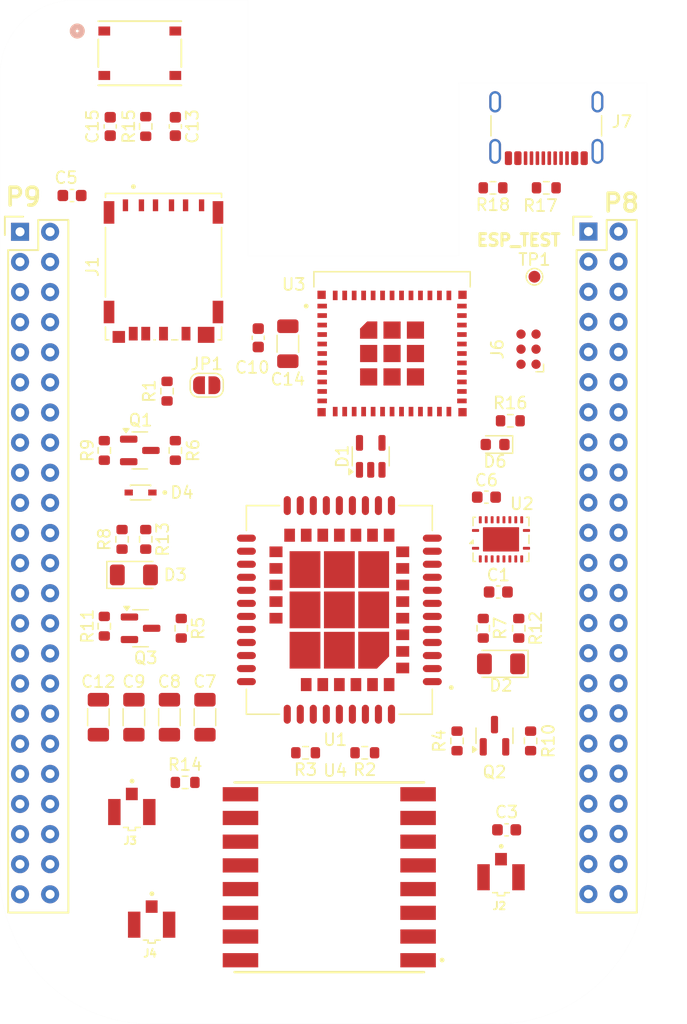
<source format=kicad_pcb>
(kicad_pcb (version 20240108) (generator "pcbnew") (generator_version "8.0")
  (title_block (title "Wireless M-Bus ") (date "2025-02-19") (company "Abstract Machines") (comment 1 "Designed By: Jones Kisaka") (comment 2 "Approved By: Rodney Osodo"))
  (layers (0 "F.Cu" signal) (31 "B.Cu" signal) (34 "B.Paste" user) (35 "F.Paste" user) (36 "B.SilkS" user "B.Silkscreen") (37 "F.SilkS" user "F.Silkscreen") (38 "B.Mask" user) (39 "F.Mask" user) (44 "Edge.Cuts" user))
  (net 0 "")
  (net 1 "GND")
  (net 2 "Net-(C3-Pad2)")
  (net 3 "5V")
  (net 4 "GNSS_ANT")
  (net 5 "+1V8")
  (net 6 "3V3")
  (net 7 "Net-(D2-A)")
  (net 8 "Net-(D2-K)")
  (net 9 "SIM_DATA")
  (net 10 "SIM_CLK")
  (net 11 "SIM_RST")
  (net 12 "RST")
  (net 13 "Net-(D3-A)")
  (net 14 "Net-(D3-K)")
  (net 15 "BEAGLEV_ESP_RX")
  (net 16 "Net-(D6-K)")
  (net 17 "BEAGLEV_ESP_TX")
  (net 18 "GPIO6")
  (net 19 "GPIO7")
  (net 20 "GPIO4")
  (net 21 "Net-(J3-Pad1)")
  (net 22 "GPIO8")
  (net 23 "Net-(J7-CC1)")
  (net 40 "Net-(JP1-A)")
  (net 41 "Net-(JP1-B)")
  (net 42 "Net-(Q1-B)")
  (net 43 "Net-(Q2-B)")
  (net 44 "PWR_KEY")
  (net 45 "Net-(Q3-B)")
  (net 46 "NETLIGHT")
  (net 47 "RF_ANT")
  (net 48 "SIM7080G_SCL")
  (net 49 "SIM7080G_SDA")
  (net 50 "STATUS")
  (net 51 "SIM7080G_PWR")
  (net 52 "SIM7080G_RXD")
  (net 53 "SIM7080G_TXD")
  (net 58 "UART1_RXD")
  (net 59 "UART1_TXD")
  (net 78 "DEBUG")
  (net 81 "TXD0")
  (net 82 "RXD0")
  (net 86 "GPIO5")
  (net 87 "ESP_BEAGLEV_TX")
  (net 89 "USB_D+")
  (net 91 "ESP_BEAGLEV_RX")
  (net 92 "USB_D-")
  (net 95 "SCL_1v8")
  (net 96 "SDA_1v8")
  (net 98 "Net-(J7-CC2)")
  (net 99 "Net-(U4-ANT)")
  (net 100 "Net-(J7-VBUS-PadA4)")
  (net 101 "MOSI")
  (net 102 "DIO2")
  (net 103 "DIO1")
  (net 104 "DIO0")
  (net 105 "MISO")
  (net 106 "DIO3")
  (net 107 "SCK")
  (net 108 "RESET")
  (net 109 "DIO4")
  (net 110 "DIO5")
  (net 111 "NSS")
  (net 115 "Net-(U5-VDD_5V-PadP9_5)")
  (footprint "Capacitor_SMD:C_1206_3216Metric" (layer "F.Cu") (at 167 95.5 90)
    (property "Reference" "C7" (at 3 0 360) (layer "F.SilkS"))
    (property "Value" "100uF")
    (pad "1" smd roundrect (at -1.475 0 90) (size 1.15 1.8) (layers "F.Cu" "F.Paste" "F.Mask") (roundrect_rratio 0.217391) (net 6 "3V3"))
    (pad "2" smd roundrect (at 1.475 0 90) (size 1.15 1.8) (layers "F.Cu" "F.Paste" "F.Mask") (roundrect_rratio 0.217391) (net 1 "GND"))
  )
  (footprint "Connector_USB:USB_C_Receptacle_GCT_USB4105-xx-A_16P_TopMnt_Horizontal" (layer "F.Cu") (at 195.825 44.67 180)
    (property "Reference" "J7" (at -6.39 -0.605 0) (layer "F.SilkS"))
    (property "Value" "USB_C_Receptacle_USB2.0_16P")
    (pad "" np_thru_hole circle (at -2.89 -2.605 180) (size 0.65 0.65) (drill 0.65) (layers "F&B.Cu" "*.Mask"))
    (pad "" np_thru_hole circle (at 2.89 -2.605 180) (size 0.65 0.65) (drill 0.65) (layers "F&B.Cu" "*.Mask"))
    (pad "A1" smd roundrect (at -3.2 -3.68 180) (size 0.6 1.15) (layers "F.Cu" "F.Paste" "F.Mask") (net 1 "GND"))
    (pad "A4" smd roundrect (at -2.4 -3.68 180) (size 0.6 1.15) (layers "F.Cu" "F.Paste" "F.Mask") (net 100 "Net-(J7-VBUS-PadA4)"))
    (pad "A5" smd roundrect (at -1.25 -3.68 180) (size 0.3 1.15) (layers "F.Cu" "F.Paste" "F.Mask") (net 23 "Net-(J7-CC1)"))
    (pad "A6" smd roundrect (at -0.25 -3.68 180) (size 0.3 1.15) (layers "F.Cu" "F.Paste" "F.Mask") (net 89 "USB_D+"))
    (pad "A7" smd roundrect (at 0.25 -3.68 180) (size 0.3 1.15) (layers "F.Cu" "F.Paste" "F.Mask") (net 92 "USB_D-"))
    (pad "A8" smd roundrect (at 1.25 -3.68 180) (size 0.3 1.15) (layers "F.Cu" "F.Paste" "F.Mask"))
    (pad "A9" smd roundrect (at 2.4 -3.68 180) (size 0.6 1.15) (layers "F.Cu" "F.Paste" "F.Mask") (net 100 "Net-(J7-VBUS-PadA4)"))
    (pad "A12" smd roundrect (at 3.2 -3.68 180) (size 0.6 1.15) (layers "F.Cu" "F.Paste" "F.Mask") (net 1 "GND"))
    (pad "B1" smd roundrect (at 3.2 -3.68 180) (size 0.6 1.15) (layers "F.Cu" "F.Paste" "F.Mask") (net 1 "GND"))
    (pad "B4" smd roundrect (at 2.4 -3.68 180) (size 0.6 1.15) (layers "F.Cu" "F.Paste" "F.Mask") (net 100 "Net-(J7-VBUS-PadA4)"))
    (pad "B5" smd roundrect (at 1.75 -3.68 180) (size 0.3 1.15) (layers "F.Cu" "F.Paste" "F.Mask") (net 98 "Net-(J7-CC2)"))
    (pad "B6" smd roundrect (at 0.75 -3.68 180) (size 0.3 1.15) (layers "F.Cu" "F.Paste" "F.Mask") (net 89 "USB_D+"))
    (pad "B7" smd roundrect (at -0.75 -3.68 180) (size 0.3 1.15) (layers "F.Cu" "F.Paste" "F.Mask") (net 92 "USB_D-"))
    (pad "B8" smd roundrect (at -1.75 -3.68 180) (size 0.3 1.15) (layers "F.Cu" "F.Paste" "F.Mask"))
    (pad "B9" smd roundrect (at -2.4 -3.68 180) (size 0.6 1.15) (layers "F.Cu" "F.Paste" "F.Mask") (net 100 "Net-(J7-VBUS-PadA4)"))
    (pad "B12" smd roundrect (at -3.2 -3.68 180) (size 0.6 1.15) (layers "F.Cu" "F.Paste" "F.Mask") (net 1 "GND"))
    (pad "S1" thru_hole oval (at -4.32 -3.105 180) (size 1 2.1) (drill oval 0.6 1.7) (property pad_prop_heatsink) (layers "*.Cu" "*.Mask" "F.Paste") (net 1 "GND"))
    (pad "S1" thru_hole oval (at -4.32 1.075 180) (size 1 1.8) (drill oval 0.6 1.4) (property pad_prop_heatsink) (layers "*.Cu" "*.Mask" "F.Paste") (net 1 "GND"))
    (pad "S1" thru_hole oval (at 4.32 -3.105 180) (size 1 2.1) (drill oval 0.6 1.7) (property pad_prop_heatsink) (layers "*.Cu" "*.Mask" "F.Paste") (net 1 "GND"))
    (pad "S1" thru_hole oval (at 4.32 1.075 180) (size 1 1.8) (drill oval 0.6 1.4) (property pad_prop_heatsink) (layers "*.Cu" "*.Mask" "F.Paste") (net 1 "GND"))
  )
  (footprint "Capacitor_SMD:C_0603_1608Metric" (layer "F.Cu") (at 164.5 45.675 -90)
    (property "Reference" "C13" (at 0 -1.43 90) (layer "F.SilkS"))
    (property "Value" "0.1uF")
    (pad "1" smd roundrect (at -0.775 0 270) (size 0.9 0.95) (layers "F.Cu" "F.Paste" "F.Mask") (net 12 "RST"))
    (pad "2" smd roundrect (at 0.775 0 270) (size 0.9 0.95) (layers "F.Cu" "F.Paste" "F.Mask") (net 1 "GND"))
  )
  (footprint "Module:IPEX_20279-001E-03" (layer "F.Cu") (at 162.5 113 180)
    (property "Reference" "J4" (at 0.134 -2.4168 360) (layer "F.SilkS") (effects (font (size 0.64063 0.64063))))
    (property "Value" "RF Antenna")
    (pad "1" smd rect (at 0 1.525 180) (size 1 1.05) (layers "F.Cu" "F.Paste" "F.Mask") (net 99 "Net-(U4-ANT)"))
    (pad "2" smd rect (at 1.475 0 180) (size 1.05 2.2) (layers "F.Cu" "F.Paste" "F.Mask") (net 1 "GND"))
    (pad "3" smd rect (at -1.475 0 180) (size 1.05 2.2) (layers "F.Cu" "F.Paste" "F.Mask") (net 1 "GND"))
  )
  (footprint "Resistor_SMD:R_0603_1608Metric" (layer "F.Cu") (at 160 80.5 -90)
    (property "Reference" "R8" (at 0 1.5 90) (layer "F.SilkS"))
    (property "Value" "100")
    (pad "1" smd roundrect (at -0.825 0 270) (size 0.8 0.95) (layers "F.Cu" "F.Paste" "F.Mask") (net 5 "+1V8"))
    (pad "2" smd roundrect (at 0.825 0 270) (size 0.8 0.95) (layers "F.Cu" "F.Paste" "F.Mask") (net 13 "Net-(D3-A)"))
  )
  (footprint "Resistor_SMD:R_0603_1608Metric" (layer "F.Cu") (at 158.5 87.825 90)
    (property "Reference" "R11" (at 0 -1.43 90) (layer "F.SilkS"))
    (property "Value" "47K")
    (pad "1" smd roundrect (at -0.825 0 90) (size 0.8 0.95) (layers "F.Cu" "F.Paste" "F.Mask") (net 1 "GND"))
    (pad "2" smd roundrect (at 0.825 0 90) (size 0.8 0.95) (layers "F.Cu" "F.Paste" "F.Mask") (net 45 "Net-(Q3-B)"))
  )
  (footprint "Connector:Tag-Connect_TC2030-IDC-NL_2x03_P1.27mm_Vertical" (layer "F.Cu") (at 194.325 64.46 90)
    (property "Reference" "J6" (at 0 -2.635 90) (layer "F.SilkS"))
    (property "Value" "Conn_ARM_SWD_TagConnect_TC2030-NL")
    (pad "" np_thru_hole circle (at -2.54 0 90) (size 0.9906 0.9906) (drill 0.9906) (layers "*.Cu" "*.Mask"))
    (pad "" np_thru_hole circle (at 2.54 -1.016 90) (size 0.9906 0.9906) (drill 0.9906) (layers "*.Cu" "*.Mask"))
    (pad "" np_thru_hole circle (at 2.54 1.016 90) (size 0.9906 0.9906) (drill 0.9906) (layers "*.Cu" "*.Mask"))
    (pad "1" connect circle (at -1.27 0.635 90) (size 0.7874 0.7874) (layers "F.Cu" "F.Mask") (net 6 "3V3"))
    (pad "2" connect circle (at -1.27 -0.635 90) (size 0.7874 0.7874) (layers "F.Cu" "F.Mask") (net 20 "GPIO4"))
    (pad "3" connect circle (at 0 0.635 90) (size 0.7874 0.7874) (layers "F.Cu" "F.Mask") (net 12 "RST"))
    (pad "4" connect circle (at 0 -0.635 90) (size 0.7874 0.7874) (layers "F.Cu" "F.Mask") (net 18 "GPIO6"))
    (pad "5" connect circle (at 1.27 0.635 90) (size 0.7874 0.7874) (layers "F.Cu" "F.Mask") (net 1 "GND"))
    (pad "6" connect circle (at 1.27 -0.635 90) (size 0.7874 0.7874) (layers "F.Cu" "F.Mask") (net 19 "GPIO7"))
  )
  (footprint "Resistor_SMD:R_0603_1608Metric" (layer "F.Cu") (at 192.7875 70.5 180)
    (property "Reference" "R16" (at 0 1.5 0) (layer "F.SilkS"))
    (property "Value" "100")
    (pad "1" smd roundrect (at -0.825 0 180) (size 0.8 0.95) (layers "F.Cu" "F.Paste" "F.Mask") (net 16 "Net-(D6-K)"))
    (pad "2" smd roundrect (at 0.825 0 180) (size 0.8 0.95) (layers "F.Cu" "F.Paste" "F.Mask") (net 1 "GND"))
  )
  (footprint "Capacitor_SMD:C_0603_1608Metric" (layer "F.Cu") (at 171.5 63.5 -90)
    (property "Reference" "C10" (at 2.5 0.5 180) (layer "F.SilkS"))
    (property "Value" "1uF")
    (pad "1" smd roundrect (at -0.775 0 270) (size 0.9 0.95) (layers "F.Cu" "F.Paste" "F.Mask") (net 6 "3V3"))
    (pad "2" smd roundrect (at 0.775 0 270) (size 0.9 0.95) (layers "F.Cu" "F.Paste" "F.Mask") (net 1 "GND"))
  )
  (footprint "Resistor_SMD:R_0603_1608Metric" (layer "F.Cu") (at 162 45.675 90)
    (property "Reference" "R15" (at 0 -1.43 90) (layer "F.SilkS"))
    (property "Value" "10K")
    (pad "1" smd roundrect (at -0.825 0 90) (size 0.8 0.95) (layers "F.Cu" "F.Paste" "F.Mask") (net 6 "3V3"))
    (pad "2" smd roundrect (at 0.825 0 90) (size 0.8 0.95) (layers "F.Cu" "F.Paste" "F.Mask") (net 12 "RST"))
  )
  (footprint "Capacitor_SMD:C_0603_1608Metric" (layer "F.Cu") (at 159 45.675 -90)
    (property "Reference" "C15" (at 0 1.5 90) (layer "F.SilkS"))
    (property "Value" "1uF")
    (pad "1" smd roundrect (at -0.775 0 270) (size 0.9 0.95) (layers "F.Cu" "F.Paste" "F.Mask") (net 12 "RST"))
    (pad "2" smd roundrect (at 0.775 0 270) (size 0.9 0.95) (layers "F.Cu" "F.Paste" "F.Mask") (net 1 "GND"))
  )
  (footprint "Capacitor_SMD:C_1206_3216Metric" (layer "F.Cu") (at 158 95.5 90)
    (property "Reference" "C12" (at 3 0 360) (layer "F.SilkS"))
    (property "Value" "100uF")
    (pad "1" smd roundrect (at -1.475 0 90) (size 1.15 1.8) (layers "F.Cu" "F.Paste" "F.Mask") (roundrect_rratio 0.217391) (net 6 "3V3"))
    (pad "2" smd roundrect (at 1.475 0 90) (size 1.15 1.8) (layers "F.Cu" "F.Paste" "F.Mask") (roundrect_rratio 0.217391) (net 1 "GND"))
  )
  (footprint "Resistor_SMD:R_0603_1608Metric" (layer "F.Cu") (at 180.5 98.5 180)
    (property "Reference" "R2" (at 0 -1.43 360) (layer "F.SilkS"))
    (property "Value" "1K")
    (pad "1" smd roundrect (at -0.825 0 180) (size 0.8 0.95) (layers "F.Cu" "F.Paste" "F.Mask") (net 5 "+1V8"))
    (pad "2" smd roundrect (at 0.825 0 180) (size 0.8 0.95) (layers "F.Cu" "F.Paste" "F.Mask") (net 95 "SCL_1v8"))
  )
  (footprint "Resistor_SMD:R_0603_1608Metric" (layer "F.Cu") (at 194.5 97.5 -90)
    (property "Reference" "R10" (at 0 -1.5 90) (layer "F.SilkS"))
    (property "Value" "47K")
    (pad "1" smd roundrect (at -0.825 0 270) (size 0.8 0.95) (layers "F.Cu" "F.Paste" "F.Mask") (net 1 "GND"))
    (pad "2" smd roundrect (at 0.825 0 270) (size 0.8 0.95) (layers "F.Cu" "F.Paste" "F.Mask") (net 43 "Net-(Q2-B)"))
  )
  (footprint "Resistor_SMD:R_0603_1608Metric" (layer "F.Cu") (at 175.5 98.5 180)
    (property "Reference" "R3" (at 0 -1.43 360) (layer "F.SilkS"))
    (property "Value" "1K")
    (pad "1" smd roundrect (at -0.825 0 180) (size 0.8 0.95) (layers "F.Cu" "F.Paste" "F.Mask") (net 5 "+1V8"))
    (pad "2" smd roundrect (at 0.825 0 180) (size 0.8 0.95) (layers "F.Cu" "F.Paste" "F.Mask") (net 96 "SDA_1v8"))
  )
  (footprint "Resistor_SMD:R_0603_1608Metric" (layer "F.Cu") (at 165.325 101)
    (property "Reference" "R14" (at 0 -1.5 0) (layer "F.SilkS"))
    (property "Value" "0K")
    (pad "1" smd roundrect (at -0.825 0) (size 0.8 0.95) (layers "F.Cu" "F.Paste" "F.Mask") (net 21 "Net-(J3-Pad1)"))
    (pad "2" smd roundrect (at 0.825 0) (size 0.8 0.95) (layers "F.Cu" "F.Paste" "F.Mask") (net 47 "RF_ANT"))
  )
  (footprint "Package_DFN_QFN:Texas_RGY_R-PVQFN-N20_EP2.05x3.05mm" (layer "F.Cu") (at 192 80.5 90)
    (property "Reference" "U2" (at 3 1.77 180) (layer "F.SilkS"))
    (property "Value" "TXB0108RGY")
    (pad "1" smd roundrect (at -0.75 -2.15 180) (size 0.6 0.24) (layers "F.Cu" "F.Paste" "F.Mask") (roundrect_rratio 0.2083333333) (net 59 "UART1_TXD"))
    (pad "2" smd roundrect (at -1.65 -1.75 90) (size 0.6 0.24) (layers "F.Cu" "F.Paste" "F.Mask") (roundrect_rratio 0.2083333333) (net 5 "+1V8"))
    (pad "3" smd roundrect (at -1.65 -1.25 90) (size 0.6 0.24) (layers "F.Cu" "F.Paste" "F.Mask") (roundrect_rratio 0.2083333333) (net 58 "UART1_RXD"))
    (pad "4" smd roundrect (at -1.65 -0.75 90) (size 0.6 0.24) (layers "F.Cu" "F.Paste" "F.Mask") (roundrect_rratio 0.2083333333) (net 95 "SCL_1v8"))
    (pad "5" smd roundrect (at -1.65 -0.25 90) (size 0.6 0.24) (layers "F.Cu" "F.Paste" "F.Mask") (roundrect_rratio 0.2083333333) (net 96 "SDA_1v8"))
    (pad "6" smd roundrect (at -1.65 0.25 90) (size 0.6 0.24) (layers "F.Cu" "F.Paste" "F.Mask") (roundrect_rratio 0.2083333333) (net 51 "SIM7080G_PWR"))
    (pad "7" smd roundrect (at -1.65 0.75 90) (size 0.6 0.24) (layers "F.Cu" "F.Paste" "F.Mask") (roundrect_rratio 0.2083333333) (net 17 "BEAGLEV_ESP_TX"))
    (pad "8" smd roundrect (at -1.65 1.25 90) (size 0.6 0.24) (layers "F.Cu" "F.Paste" "F.Mask") (roundrect_rratio 0.2083333333) (net 15 "BEAGLEV_ESP_RX"))
    (pad "9" smd roundrect (at -1.65 1.75 90) (size 0.6 0.24) (layers "F.Cu" "F.Paste" "F.Mask") (roundrect_rratio 0.2083333333))
    (pad "10" smd roundrect (at -0.75 2.15 180) (size 0.6 0.24) (layers "F.Cu" "F.Paste" "F.Mask") (roundrect_rratio 0.2083333333) (net 5 "+1V8"))
    (pad "11" smd roundrect (at 0.75 2.15 180) (size 0.6 0.24) (layers "F.Cu" "F.Paste" "F.Mask") (roundrect_rratio 0.2083333333) (net 1 "GND"))
    (pad "12" smd roundrect (at 1.65 1.75 90) (size 0.6 0.24) (layers "F.Cu" "F.Paste" "F.Mask") (roundrect_rratio 0.2083333333))
    (pad "13" smd roundrect (at 1.65 1.25 90) (size 0.6 0.24) (layers "F.Cu" "F.Paste" "F.Mask") (roundrect_rratio 0.2083333333) (net 91 "ESP_BEAGLEV_RX"))
    (pad "14" smd roundrect (at 1.65 0.75 90) (size 0.6 0.24) (layers "F.Cu" "F.Paste" "F.Mask") (roundrect_rratio 0.2083333333) (net 87 "ESP_BEAGLEV_TX"))
    (pad "15" smd roundrect (at 1.65 0.25 90) (size 0.6 0.24) (layers "F.Cu" "F.Paste" "F.Mask") (roundrect_rratio 0.2083333333) (net 20 "GPIO4"))
    (pad "16" smd roundrect (at 1.65 -0.25 90) (size 0.6 0.24) (layers "F.Cu" "F.Paste" "F.Mask") (roundrect_rratio 0.2083333333) (net 49 "SIM7080G_SDA"))
    (pad "17" smd roundrect (at 1.65 -0.75 90) (size 0.6 0.24) (layers "F.Cu" "F.Paste" "F.Mask") (roundrect_rratio 0.2083333333) (net 48 "SIM7080G_SCL"))
    (pad "18" smd roundrect (at 1.65 -1.25 90) (size 0.6 0.24) (layers "F.Cu" "F.Paste" "F.Mask") (roundrect_rratio 0.2083333333) (net 52 "SIM7080G_RXD"))
    (pad "19" smd roundrect (at 1.65 -1.75 90) (size 0.6 0.24) (layers "F.Cu" "F.Paste" "F.Mask") (roundrect_rratio 0.2083333333) (net 6 "3V3"))
    (pad "20" smd roundrect (at 0.75 -2.15 180) (size 0.6 0.24) (layers "F.Cu" "F.Paste" "F.Mask") (roundrect_rratio 0.2083333333) (net 53 "SIM7080G_TXD"))
    (pad "21" smd roundrect (at 0 0 90) (size 2.05 3.05) (layers "F.Cu" "F.Mask") (roundrect_rratio 0.0243902439) (net 1 "GND"))
  )
  (footprint "Package_TO_SOT_SMD:SOT-23" (layer "F.Cu") (at 191.45 97.0625 90)
    (property "Reference" "Q2" (at -3.0625 0 0) (layer "F.SilkS"))
    (property "Value" "SS8050")
    (pad "1" smd roundrect (at -0.9375 -0.95 90) (size 1.475 0.6) (layers "F.Cu" "F.Paste" "F.Mask") (net 43 "Net-(Q2-B)"))
    (pad "2" smd roundrect (at -0.9375 0.95 90) (size 1.475 0.6) (layers "F.Cu" "F.Paste" "F.Mask") (net 1 "GND"))
    (pad "3" smd roundrect (at 0.9375 0 90) (size 1.475 0.6) (layers "F.Cu" "F.Paste" "F.Mask") (net 8 "Net-(D2-K)"))
  )
  (footprint "Capacitor_SMD:C_0603_1608Metric" (layer "F.Cu") (at 191.77 84.94)
    (property "Reference" "C1" (at 0 -1.43 0) (layer "F.SilkS"))
    (property "Value" "0.1uF")
    (pad "1" smd roundrect (at -0.775 0) (size 0.9 0.95) (layers "F.Cu" "F.Paste" "F.Mask") (net 5 "+1V8"))
    (pad "2" smd roundrect (at 0.775 0) (size 0.9 0.95) (layers "F.Cu" "F.Paste" "F.Mask") (net 1 "GND"))
  )
  (footprint "TestPoint:TestPoint_Pad_D1.0mm" (layer "F.Cu") (at 194.825 58.35)
    (property "Reference" "TP1" (at 0 -1.448 0) (layer "F.SilkS"))
    (property "Value" "TestPoint")
    (pad "1" smd circle (at 0 0) (size 1 1) (layers "F.Cu" "F.Mask") (net 22 "GPIO8"))
  )
  (footprint "Module:XCVR_SIM7080G" (layer "F.Cu") (at 178.35 86.45 180)
    (property "Reference" "U1" (at 0.35 -10.95 0) (layer "F.SilkS"))
    (property "Value" "SIM7080G")
    (pad "1" smd oval (at -7.85 -6.05 180) (size 1.6 0.6) (layers "F.Cu" "F.Mask") (net 59 "UART1_TXD"))
    (pad "2" smd oval (at -7.85 -4.95 180) (size 1.6 0.6) (layers "F.Cu" "F.Mask") (net 58 "UART1_RXD"))
    (pad "3" smd oval (at -7.85 -3.85 180) (size 1.6 0.6) (layers "F.Cu" "F.Mask"))
    (pad "4" smd oval (at -7.85 -2.75 180) (size 1.6 0.6) (layers "F.Cu" "F.Mask"))
    (pad "5" smd oval (at -7.85 -1.65 180) (size 1.6 0.6) (layers "F.Cu" "F.Mask"))
    (pad "6" smd oval (at -7.85 -0.55 180) (size 1.6 0.6) (layers "F.Cu" "F.Mask"))
    (pad "7" smd oval (at -7.85 0.55 180) (size 1.6 0.6) (layers "F.Cu" "F.Mask"))
    (pad "8" smd oval (at -7.85 1.65 180) (size 1.6 0.6) (layers "F.Cu" "F.Mask") (net 1 "GND"))
    (pad "9" smd oval (at -7.85 2.75 180) (size 1.6 0.6) (layers "F.Cu" "F.Mask"))
    (pad "10" smd oval (at -7.85 3.85 180) (size 1.6 0.6) (layers "F.Cu" "F.Mask"))
    (pad "11" smd oval (at -7.85 4.95 180) (size 1.6 0.6) (layers "F.Cu" "F.Mask"))
    (pad "12" smd oval (at -7.85 6.05 180) (size 1.6 0.6) (layers "F.Cu" "F.Mask"))
    (pad "13" smd oval (at -4.4 8.8 180) (size 0.6 1.6) (layers "F.Cu" "F.Mask") (net 1 "GND"))
    (pad "14" smd oval (at -3.3 8.8 180) (size 0.6 1.6) (layers "F.Cu" "F.Mask"))
    (pad "15" smd oval (at -2.2 8.8 180) (size 0.6 1.6) (layers "F.Cu" "F.Mask") (net 9 "SIM_DATA"))
    (pad "16" smd oval (at -1.1 8.8 180) (size 0.6 1.6) (layers "F.Cu" "F.Mask") (net 10 "SIM_CLK"))
    (pad "17" smd oval (at 0 8.8 180) (size 0.6 1.6) (layers "F.Cu" "F.Mask") (net 11 "SIM_RST"))
    (pad "18" smd oval (at 1.1 8.8 180) (size 0.6 1.6) (layers "F.Cu" "F.Mask") (net 3 "5V"))
    (pad "19" smd oval (at 2.2 8.8 180) (size 0.6 1.6) (layers "F.Cu" "F.Mask") (net 1 "GND"))
    (pad "20" smd oval (at 3.3 8.8 180) (size 0.6 1.6) (layers "F.Cu" "F.Mask") (net 41 "Net-(JP1-B)"))
    (pad "21" smd oval (at 4.4 8.8 180) (size 0.6 1.6) (layers "F.Cu" "F.Mask") (net 1 "GND"))
    (pad "22" smd oval (at 7.85 6.05 180) (size 1.6 0.6) (layers "F.Cu" "F.Mask"))
    (pad "23" smd oval (at 7.85 4.95 180) (size 1.6 0.6) (layers "F.Cu" "F.Mask"))
    (pad "24" smd oval (at 7.85 3.85 180) (size 1.6 0.6) (layers "F.Cu" "F.Mask"))
    (pad "25" smd oval (at 7.85 2.75 180) (size 1.6 0.6) (layers "F.Cu" "F.Mask"))
    (pad "26" smd oval (at 7.85 1.65 180) (size 1.6 0.6) (layers "F.Cu" "F.Mask"))
    (pad "27" smd oval (at 7.85 0.55 180) (size 1.6 0.6) (layers "F.Cu" "F.Mask") (net 1 "GND"))
    (pad "28" smd oval (at 7.85 -0.55 180) (size 1.6 0.6) (layers "F.Cu" "F.Mask"))
    (pad "29" smd oval (at 7.85 -1.65 180) (size 1.6 0.6) (layers "F.Cu" "F.Mask"))
    (pad "30" smd oval (at 7.85 -2.75 180) (size 1.6 0.6) (layers "F.Cu" "F.Mask") (net 1 "GND"))
    (pad "31" smd oval (at 7.85 -3.85 180) (size 1.6 0.6) (layers "F.Cu" "F.Mask") (net 1 "GND"))
    (pad "32" smd oval (at 7.85 -4.95 180) (size 1.6 0.6) (layers "F.Cu" "F.Mask") (net 47 "RF_ANT"))
    (pad "33" smd oval (at 7.85 -6.05 180) (size 1.6 0.6) (layers "F.Cu" "F.Mask") (net 1 "GND"))
    (pad "34" smd oval (at 4.4 -8.8 180) (size 0.6 1.6) (layers "F.Cu" "F.Mask") (net 6 "3V3"))
    (pad "35" smd oval (at 3.3 -8.8 180) (size 0.6 1.6) (layers "F.Cu" "F.Mask") (net 6 "3V3"))
    (pad "36" smd oval (at 2.2 -8.8 180) (size 0.6 1.6) (layers "F.Cu" "F.Mask") (net 1 "GND"))
    (pad "37" smd oval (at 1.1 -8.8 180) (size 0.6 1.6) (layers "F.Cu" "F.Mask") (net 1 "GND"))
    (pad "38" smd oval (at 0 -8.8 180) (size 0.6 1.6) (layers "F.Cu" "F.Mask"))
    (pad "39" smd oval (at -1.1 -8.8 180) (size 0.6 1.6) (layers "F.Cu" "F.Mask") (net 44 "PWR_KEY"))
    (pad "40" smd oval (at -2.2 -8.8 180) (size 0.6 1.6) (layers "F.Cu" "F.Mask") (net 5 "+1V8"))
    (pad "41" smd oval (at -3.3 -8.8 180) (size 0.6 1.6) (layers "F.Cu" "F.Mask") (net 46 "NETLIGHT"))
    (pad "42" smd oval (at -4.4 -8.8 180) (size 0.6 1.6) (layers "F.Cu" "F.Mask") (net 50 "STATUS"))
    (pad "43" smd rect (at -5.35 -4.9 180) (size 1.1 0.9) (layers "F.Cu" "F.Mask"))
    (pad "44" smd rect (at -5.35 -3.5 180) (size 1.1 0.9) (layers "F.Cu" "F.Mask"))
    (pad "45" smd rect (at -5.35 -2.1 180) (size 1.1 0.9) (layers "F.Cu" "F.Mask") (net 1 "GND"))
    (pad "46" smd rect (at -5.35 -0.7 180) (size 1.1 0.9) (layers "F.Cu" "F.Mask"))
    (pad "47" smd rect (at -5.35 0.7 180) (size 1.1 0.9) (layers "F.Cu" "F.Mask"))
    (pad "48" smd rect (at -5.35 2.1 180) (size 1.1 0.9) (layers "F.Cu" "F.Mask"))
    (pad "49" smd rect (at -5.35 3.5 180) (size 1.1 0.9) (layers "F.Cu" "F.Mask"))
    (pad "50" smd rect (at -5.35 4.9 180) (size 1.1 0.9) (layers "F.Cu" "F.Mask"))
    (pad "51" smd rect (at -4.2 6.3 180) (size 0.9 1.1) (layers "F.Cu" "F.Mask"))
    (pad "52" smd rect (at -2.8 6.3 180) (size 0.9 1.1) (layers "F.Cu" "F.Mask"))
    (pad "53" smd rect (at -1.4 6.3 180) (size 0.9 1.1) (layers "F.Cu" "F.Mask"))
    (pad "54" smd rect (at 0 6.3 180) (size 0.9 1.1) (layers "F.Cu" "F.Mask"))
    (pad "55" smd rect (at 1.4 6.3 180) (size 0.9 1.1) (layers "F.Cu" "F.Mask"))
    (pad "56" smd rect (at 2.8 6.3 180) (size 0.9 1.1) (layers "F.Cu" "F.Mask"))
    (pad "57" smd rect (at 4.2 6.3 180) (size 0.9 1.1) (layers "F.Cu" "F.Mask"))
    (pad "58" smd rect (at 5.35 4.9 180) (size 1.1 0.9) (layers "F.Cu" "F.Mask"))
    (pad "59" smd rect (at 5.35 3.5 180) (size 1.1 0.9) (layers "F.Cu" "F.Mask"))
    (pad "60" smd rect (at 5.35 2.1 180) (size 1.1 0.9) (layers "F.Cu" "F.Mask"))
    (pad "61" smd rect (at 5.35 0.7 180) (size 1.1 0.9) (layers "F.Cu" "F.Mask"))
    (pad "62" smd rect (at 5.35 -0.7 180) (size 1.1 0.9) (layers "F.Cu" "F.Mask"))
    (pad "63" smd rect (at 2.8 -6.3 180) (size 0.9 1.1) (layers "F.Cu" "F.Mask") (net 1 "GND"))
    (pad "64" smd rect (at 1.4 -6.3 180) (size 0.9 1.1) (layers "F.Cu" "F.Mask") (net 96 "SDA_1v8"))
    (pad "65" smd rect (at 0 -6.3 180) (size 0.9 1.1) (layers "F.Cu" "F.Mask") (net 95 "SCL_1v8"))
    (pad "66" smd rect (at -1.4 -6.3 180) (size 0.9 1.1) (layers "F.Cu" "F.Mask") (net 1 "GND"))
    (pad "67" smd rect (at -2.8 -6.3 180) (size 0.9 1.1) (layers "F.Cu" "F.Mask") (net 1 "GND"))
    (pad "68" smd rect (at -4.2 -6.3 180) (size 0.9 1.1) (layers "F.Cu" "F.Mask") (net 4 "GNSS_ANT"))
    (pad "69" smd custom (at -2.9 -3.4 180) (size 1 1) (layers "F.Cu") (net 1 "GND") (options (clearance outline) (anchor rect)) (primitives (gr_poly (pts (xy 1.3 1.55) (xy -1.3 1.55) (xy -1.3 -0.52) (xy -0.27 -1.55) (xy 1.3 -1.55)) (width 0.01) (fill yes))))
    (pad "70" smd rect (at -2.9 0 180) (size 2.6 3.1) (layers "F.Cu" "F.Mask") (net 1 "GND"))
    (pad "71" smd rect (at -2.9 3.4 180) (size 2.6 3.1) (layers "F.Cu" "F.Mask") (net 1 "GND"))
    (pad "72" smd rect (at 0 3.4 180) (size 2.6 3.1) (layers "F.Cu" "F.Mask") (net 1 "GND"))
    (pad "73" smd rect (at 2.9 3.4 180) (size 2.6 3.1) (layers "F.Cu" "F.Mask") (net 1 "GND"))
    (pad "74" smd rect (at 2.9 0 180) (size 2.6 3.1) (layers "F.Cu" "F.Mask") (net 1 "GND"))
    (pad "75" smd rect (at 2.9 -3.4 180) (size 2.6 3.1) (layers "F.Cu" "F.Mask") (net 1 "GND"))
    (pad "76" smd rect (at 0 -3.4 180) (size 2.6 3.1) (layers "F.Cu" "F.Mask") (net 1 "GND"))
    (pad "77" smd rect (at 0 0 180) (size 2.6 3.1) (layers "F.Cu" "F.Mask") (net 1 "GND"))
  )
  (footprint "Resistor_SMD:R_0603_1608Metric" (layer "F.Cu") (at 195.825 50.85)
    (property "Reference" "R17" (at -0.5 1.5 0) (layer "F.SilkS"))
    (property "Value" "5.1k")
    (pad "1" smd roundrect (at -0.825 0) (size 0.8 0.95) (layers "F.Cu" "F.Paste" "F.Mask") (net 23 "Net-(J7-CC1)"))
    (pad "2" smd roundrect (at 0.825 0) (size 0.8 0.95) (layers "F.Cu" "F.Paste" "F.Mask") (net 1 "GND"))
  )
  (footprint "LED_SMD:LED_1206_3216Metric" (layer "F.Cu") (at 161 83.5)
    (property "Reference" "D3" (at 3.5 0 0) (layer "F.SilkS"))
    (property "Value" "LED")
    (pad "1" smd roundrect (at -1.4 0) (size 1.25 1.75) (layers "F.Cu" "F.Paste" "F.Mask") (roundrect_rratio 0.2) (net 14 "Net-(D3-K)"))
    (pad "2" smd roundrect (at 1.4 0) (size 1.25 1.75) (layers "F.Cu" "F.Paste" "F.Mask") (roundrect_rratio 0.2) (net 13 "Net-(D3-A)"))
  )
  (footprint "Module:XCVR_ESP32-C3-MINI-1U-N4" (layer "F.Cu") (at 182.8 64.825)
    (property "Reference" "U3" (at -8.3 -5.825 0) (layer "F.SilkS"))
    (property "Value" "ESP32-C3-MINI-1U-H4")
    (pad "1" smd rect (at -5.9 -4) (size 0.8 0.4) (layers "F.Cu" "F.Paste" "F.Mask") (net 1 "GND"))
    (pad "2" smd rect (at -5.9 -3.2) (size 0.8 0.4) (layers "F.Cu" "F.Paste" "F.Mask") (net 1 "GND"))
    (pad "3" smd rect (at -5.9 -2.4) (size 0.8 0.4) (layers "F.Cu" "F.Paste" "F.Mask") (net 6 "3V3"))
    (pad "4" smd rect (at -5.9 -1.6) (size 0.8 0.4) (layers "F.Cu" "F.Paste" "F.Mask"))
    (pad "5" smd rect (at -5.9 -0.8) (size 0.8 0.4) (layers "F.Cu" "F.Paste" "F.Mask") (net 87 "ESP_BEAGLEV_TX"))
    (pad "6" smd rect (at -5.9 0) (size 0.8 0.4) (layers "F.Cu" "F.Paste" "F.Mask") (net 91 "ESP_BEAGLEV_RX"))
    (pad "7" smd rect (at -5.9 0.8) (size 0.8 0.4) (layers "F.Cu" "F.Paste" "F.Mask"))
    (pad "8" smd rect (at -5.9 1.6) (size 0.8 0.4) (layers "F.Cu" "F.Paste" "F.Mask") (net 12 "RST"))
    (pad "9" smd rect (at -5.9 2.4) (size 0.8 0.4) (layers "F.Cu" "F.Paste" "F.Mask"))
    (pad "10" smd rect (at -5.9 3.2) (size 0.8 0.4) (layers "F.Cu" "F.Paste" "F.Mask"))
    (pad "11" smd rect (at -5.9 4) (size 0.8 0.4) (layers "F.Cu" "F.Paste" "F.Mask") (net 1 "GND"))
    (pad "12" smd rect (at -4.8 4.9) (size 0.4 0.8) (layers "F.Cu" "F.Paste" "F.Mask") (net 49 "SIM7080G_SDA"))
    (pad "13" smd rect (at -4 4.9) (size 0.4 0.8) (layers "F.Cu" "F.Paste" "F.Mask") (net 48 "SIM7080G_SCL"))
    (pad "14" smd rect (at -3.2 4.9) (size 0.4 0.8) (layers "F.Cu" "F.Paste" "F.Mask") (net 1 "GND"))
    (pad "15" smd rect (at -2.4 4.9) (size 0.4 0.8) (layers "F.Cu" "F.Paste" "F.Mask"))
    (pad "16" smd rect (at -1.6 4.9) (size 0.4 0.8) (layers "F.Cu" "F.Paste" "F.Mask") (net 78 "DEBUG"))
    (pad "17" smd rect (at -0.8 4.9) (size 0.4 0.8) (layers "F.Cu" "F.Paste" "F.Mask"))
    (pad "18" smd rect (at 0 4.9) (size 0.4 0.8) (layers "F.Cu" "F.Paste" "F.Mask") (net 20 "GPIO4"))
    (pad "19" smd rect (at 0.8 4.9) (size 0.4 0.8) (layers "F.Cu" "F.Paste" "F.Mask") (net 86 "GPIO5"))
    (pad "20" smd rect (at 1.6 4.9) (size 0.4 0.8) (layers "F.Cu" "F.Paste" "F.Mask") (net 18 "GPIO6"))
    (pad "21" smd rect (at 2.4 4.9) (size 0.4 0.8) (layers "F.Cu" "F.Paste" "F.Mask") (net 19 "GPIO7"))
    (pad "22" smd rect (at 3.2 4.9) (size 0.4 0.8) (layers "F.Cu" "F.Paste" "F.Mask") (net 53 "SIM7080G_TXD"))
    (pad "23" smd rect (at 4 4.9) (size 0.4 0.8) (layers "F.Cu" "F.Paste" "F.Mask") (net 52 "SIM7080G_RXD"))
    (pad "24" smd rect (at 4.8 4.9) (size 0.4 0.8) (layers "F.Cu" "F.Paste" "F.Mask"))
    (pad "25" smd rect (at 5.9 4) (size 0.8 0.4) (layers "F.Cu" "F.Paste" "F.Mask"))
    (pad "26" smd rect (at 5.9 3.2) (size 0.8 0.4) (layers "F.Cu" "F.Paste" "F.Mask") (net 92 "USB_D-"))
    (pad "27" smd rect (at 5.9 2.4) (size 0.8 0.4) (layers "F.Cu" "F.Paste" "F.Mask") (net 89 "USB_D+"))
    (pad "28" smd rect (at 5.9 1.6) (size 0.8 0.4) (layers "F.Cu" "F.Paste" "F.Mask"))
    (pad "29" smd rect (at 5.9 0.8) (size 0.8 0.4) (layers "F.Cu" "F.Paste" "F.Mask"))
    (pad "30" smd rect (at 5.9 0) (size 0.8 0.4) (layers "F.Cu" "F.Paste" "F.Mask") (net 82 "RXD0"))
    (pad "31" smd rect (at 5.9 -0.8) (size 0.8 0.4) (layers "F.Cu" "F.Paste" "F.Mask") (net 81 "TXD0"))
    (pad "32" smd rect (at 5.9 -1.6) (size 0.8 0.4) (layers "F.Cu" "F.Paste" "F.Mask"))
    (pad "33" smd rect (at 5.9 -2.4) (size 0.8 0.4) (layers "F.Cu" "F.Paste" "F.Mask"))
    (pad "34" smd rect (at 5.9 -3.2) (size 0.8 0.4) (layers "F.Cu" "F.Paste" "F.Mask"))
    (pad "35" smd rect (at 5.9 -4) (size 0.8 0.4) (layers "F.Cu" "F.Paste" "F.Mask"))
    (pad "36" smd rect (at 4.8 -4.9) (size 0.4 0.8) (layers "F.Cu" "F.Paste" "F.Mask") (net 1 "GND"))
    (pad "37" smd rect (at 4 -4.9) (size 0.4 0.8) (layers "F.Cu" "F.Paste" "F.Mask") (net 1 "GND"))
    (pad "38" smd rect (at 3.2 -4.9) (size 0.4 0.8) (layers "F.Cu" "F.Paste" "F.Mask") (net 1 "GND"))
    (pad "39" smd rect (at 2.4 -4.9) (size 0.4 0.8) (layers "F.Cu" "F.Paste" "F.Mask") (net 1 "GND"))
    (pad "40" smd rect (at 1.6 -4.9) (size 0.4 0.8) (layers "F.Cu" "F.Paste" "F.Mask") (net 1 "GND"))
    (pad "41" smd rect (at 0.8 -4.9) (size 0.4 0.8) (layers "F.Cu" "F.Paste" "F.Mask") (net 1 "GND"))
    (pad "42" smd rect (at 0 -4.9) (size 0.4 0.8) (layers "F.Cu" "F.Paste" "F.Mask") (net 1 "GND"))
    (pad "43" smd rect (at -0.8 -4.9) (size 0.4 0.8) (layers "F.Cu" "F.Paste" "F.Mask") (net 1 "GND"))
    (pad "44" smd rect (at -1.6 -4.9) (size 0.4 0.8) (layers "F.Cu" "F.Paste" "F.Mask") (net 1 "GND"))
    (pad "45" smd rect (at -2.4 -4.9) (size 0.4 0.8) (layers "F.Cu" "F.Paste" "F.Mask") (net 1 "GND"))
    (pad "46" smd rect (at -3.2 -4.9) (size 0.4 0.8) (layers "F.Cu" "F.Paste" "F.Mask") (net 1 "GND"))
    (pad "47" smd rect (at -4 -4.9) (size 0.4 0.8) (layers "F.Cu" "F.Paste" "F.Mask") (net 1 "GND"))
    (pad "48" smd rect (at -4.8 -4.9) (size 0.4 0.8) (layers "F.Cu" "F.Paste" "F.Mask") (net 1 "GND"))
    (pad "49_1" smd custom (at -1.975 -1.975) (size 0.6 0.6) (layers "F.Cu") (options (clearance outline) (anchor rect)) (primitives (gr_poly (pts (xy 0.725 0.725) (xy -0.725 0.725) (xy -0.725 -0.125) (xy -0.125 -0.725) (xy 0.725 -0.725)) (width 0.01) (fill yes))))
    (pad "49_2" smd rect (at 0 -1.975) (size 1.45 1.45) (layers "F.Cu" "F.Paste" "F.Mask"))
    (pad "49_3" smd rect (at 1.975 -1.975) (size 1.45 1.45) (layers "F.Cu" "F.Paste" "F.Mask"))
    (pad "49_4" smd rect (at 1.975 0) (size 1.45 1.45) (layers "F.Cu" "F.Paste" "F.Mask"))
    (pad "49_5" smd rect (at 1.975 1.975) (size 1.45 1.45) (layers "F.Cu" "F.Paste" "F.Mask"))
    (pad "49_6" smd rect (at 0 1.975) (size 1.45 1.45) (layers "F.Cu" "F.Paste" "F.Mask"))
    (pad "49_7" smd rect (at -1.975 1.975) (size 1.45 1.45) (layers "F.Cu" "F.Paste" "F.Mask"))
    (pad "49_8" smd rect (at -1.975 0) (size 1.45 1.45) (layers "F.Cu" "F.Paste" "F.Mask"))
    (pad "49_9" smd rect (at 0 0) (size 1.45 1.45) (layers "F.Cu" "F.Paste" "F.Mask"))
    (pad "50" smd rect (at 5.95 -4.95) (size 0.7 0.7) (layers "F.Cu" "F.Paste" "F.Mask") (net 1 "GND"))
    (pad "51" smd rect (at 5.95 4.95) (size 0.7 0.7) (layers "F.Cu" "F.Paste" "F.Mask") (net 1 "GND"))
    (pad "52" smd rect (at -5.95 4.95) (size 0.7 0.7) (layers "F.Cu" "F.Paste" "F.Mask") (net 1 "GND"))
    (pad "53" smd rect (at -5.95 -4.95) (size 0.7 0.7) (layers "F.Cu" "F.Paste" "F.Mask") (net 1 "GND"))
  )
  (footprint "BeagleBone Capes:BB_Cape" (layer "F.Cu") (at 181.425 75.24)
    (property "Reference" "U5" (hide yes))
    (property "Value" "BEAGLEBONEBLACK" (hide yes))
    (fp_line (start -31.730256 -33.880256) (end -31.730256 33.429744) (stroke (width 0.00254)) (layer "Edge.Cuts"))
    (fp_line (start -19.030256 46.129744) (end 10.179744 46.129744) (stroke (width 0.00254)) (layer "Edge.Cuts"))
    (fp_line (start -10.775256 -40.230256) (end -25.380256 -40.230256) (stroke (width 0.00254)) (layer "Edge.Cuts"))
    (fp_line (start -10.775256 -18.640256) (end -10.775256 -40.230256) (stroke (width 0.00254)) (layer "Edge.Cuts"))
    (fp_line (start 7.004744 -33.245256) (end 7.004744 -18.640256) (stroke (width 0.00254)) (layer "Edge.Cuts"))
    (fp_line (start 7.004744 -18.640256) (end -10.775256 -18.640256) (stroke (width 0.00254)) (layer "Edge.Cuts"))
    (fp_line (start 22.879744 -33.245256) (end 7.004744 -33.245256) (stroke (width 0.00254)) (layer "Edge.Cuts"))
    (fp_line (start 22.879744 33.429744) (end 22.879744 -33.245256) (stroke (width 0.00254)) (layer "Edge.Cuts"))
    (fp_arc (start -31.730256 -33.880256) (mid -29.870384 -38.370384) (end -25.380256 -40.230256) (stroke (width 0.00254)) (layer "Edge.Cuts"))
    (fp_arc (start -19.030256 46.129744) (mid -28.010512 42.41) (end -31.730256 33.429744) (stroke (width 0.00254)) (layer "Edge.Cuts"))
    (fp_arc (start 22.879744 33.429744) (mid 19.16 42.41) (end 10.179744 46.129744) (stroke (width 0.00254)) (layer "Edge.Cuts"))
    (pad "P8_1" thru_hole rect (at 17.96 -20.7 270) (size 1.524 1.524) (drill 0.762) (layers "*.Cu" "*.Mask") (net 1 "GND"))
    (pad "P8_2" thru_hole circle (at 20.5 -20.7 270) (size 1.524 1.524) (drill 0.762) (layers "*.Cu" "*.Mask") (net 1 "GND"))
    (pad "P8_3" thru_hole circle (at 17.96 -18.16 270) (size 1.524 1.524) (drill 0.762) (layers "*.Cu" "*.Mask"))
    (pad "P8_4" thru_hole circle (at 20.5 -18.16 270) (size 1.524 1.524) (drill 0.762) (layers "*.Cu" "*.Mask"))
    (pad "P8_5" thru_hole circle (at 17.96 -15.62 270) (size 1.524 1.524) (drill 0.762) (layers "*.Cu" "*.Mask"))
    (pad "P8_6" thru_hole circle (at 20.5 -15.62 270) (size 1.524 1.524) (drill 0.762) (layers "*.Cu" "*.Mask"))
    (pad "P8_7" thru_hole circle (at 17.96 -13.08 270) (size 1.524 1.524) (drill 0.762) (layers "*.Cu" "*.Mask"))
    (pad "P8_8" thru_hole circle (at 20.5 -13.08 270) (size 1.524 1.524) (drill 0.762) (layers "*.Cu" "*.Mask"))
    (pad "P8_9" thru_hole circle (at 17.96 -10.54 270) (size 1.524 1.524) (drill 0.762) (layers "*.Cu" "*.Mask"))
    (pad "P8_10" thru_hole circle (at 20.5 -10.54 270) (size 1.524 1.524) (drill 0.762) (layers "*.Cu" "*.Mask"))
    (pad "P8_11" thru_hole circle (at 17.96 -8 270) (size 1.524 1.524) (drill 0.762) (layers "*.Cu" "*.Mask"))
    (pad "P8_12" thru_hole circle (at 20.5 -8 270) (size 1.524 1.524) (drill 0.762) (layers "*.Cu" "*.Mask"))
    (pad "P8_13" thru_hole circle (at 17.96 -5.46 270) (size 1.524 1.524) (drill 0.762) (layers "*.Cu" "*.Mask"))
    (pad "P8_14" thru_hole circle (at 20.5 -5.46 270) (size 1.524 1.524) (drill 0.762) (layers "*.Cu" "*.Mask"))
    (pad "P8_15" thru_hole circle (at 17.96 -2.92 270) (size 1.524 1.524) (drill 0.762) (layers "*.Cu" "*.Mask"))
    (pad "P8_16" thru_hole circle (at 20.5 -2.92 270) (size 1.524 1.524) (drill 0.762) (layers "*.Cu" "*.Mask"))
    (pad "P8_17" thru_hole circle (at 17.96 -0.38 270) (size 1.524 1.524) (drill 0.762) (layers "*.Cu" "*.Mask"))
    (pad "P8_18" thru_hole circle (at 20.5 -0.38 270) (size 1.524 1.524) (drill 0.762) (layers "*.Cu" "*.Mask"))
    (pad "P8_19" thru_hole circle (at 17.96 2.16 270) (size 1.524 1.524) (drill 0.762) (layers "*.Cu" "*.Mask"))
    (pad "P8_20" thru_hole circle (at 20.5 2.16 270) (size 1.524 1.524) (drill 0.762) (layers "*.Cu" "*.Mask"))
    (pad "P8_21" thru_hole circle (at 17.96 4.7 270) (size 1.524 1.524) (drill 0.762) (layers "*.Cu" "*.Mask"))
    (pad "P8_22" thru_hole circle (at 20.5 4.7 270) (size 1.524 1.524) (drill 0.762) (layers "*.Cu" "*.Mask"))
    (pad "P8_23" thru_hole circle (at 17.96 7.24 270) (size 1.524 1.524) (drill 0.762) (layers "*.Cu" "*.Mask"))
    (pad "P8_24" thru_hole circle (at 20.5 7.24 270) (size 1.524 1.524) (drill 0.762) (layers "*.Cu" "*.Mask"))
    (pad "P8_25" thru_hole circle (at 17.96 9.78 270) (size 1.524 1.524) (drill 0.762) (layers "*.Cu" "*.Mask"))
    (pad "P8_26" thru_hole circle (at 20.5 9.78 270) (size 1.524 1.524) (drill 0.762) (layers "*.Cu" "*.Mask"))
    (pad "P8_27" thru_hole circle (at 17.96 12.32 270) (size 1.524 1.524) (drill 0.762) (layers "*.Cu" "*.Mask"))
    (pad "P8_28" thru_hole circle (at 20.5 12.32 270) (size 1.524 1.524) (drill 0.762) (layers "*.Cu" "*.Mask"))
    (pad "P8_29" thru_hole circle (at 17.96 14.86 270) (size 1.524 1.524) (drill 0.762) (layers "*.Cu" "*.Mask"))
    (pad "P8_30" thru_hole circle (at 20.5 14.86 270) (size 1.524 1.524) (drill 0.762) (layers "*.Cu" "*.Mask"))
    (pad "P8_31" thru_hole circle (at 17.96 17.4 270) (size 1.524 1.524) (drill 0.762) (layers "*.Cu" "*.Mask"))
    (pad "P8_32" thru_hole circle (at 20.5 17.4 270) (size 1.524 1.524) (drill 0.762) (layers "*.Cu" "*.Mask"))
    (pad "P8_33" thru_hole circle (at 17.96 19.94 270) (size 1.524 1.524) (drill 0.762) (layers "*.Cu" "*.Mask"))
    (pad "P8_34" thru_hole circle (at 20.5 19.94 270) (size 1.524 1.524) (drill 0.762) (layers "*.Cu" "*.Mask"))
    (pad "P8_35" thru_hole circle (at 17.96 22.48 270) (size 1.524 1.524) (drill 0.762) (layers "*.Cu" "*.Mask"))
    (pad "P8_36" thru_hole circle (at 20.5 22.48 270) (size 1.524 1.524) (drill 0.762) (layers "*.Cu" "*.Mask"))
    (pad "P8_37" thru_hole circle (at 17.96 25.02 270) (size 1.524 1.524) (drill 0.762) (layers "*.Cu" "*.Mask"))
    (pad "P8_38" thru_hole circle (at 20.5 25.02 270) (size 1.524 1.524) (drill 0.762) (layers "*.Cu" "*.Mask"))
    (pad "P8_39" thru_hole circle (at 17.96 27.56 270) (size 1.524 1.524) (drill 0.762) (layers "*.Cu" "*.Mask"))
    (pad "P8_40" thru_hole circle (at 20.5 27.56 270) (size 1.524 1.524) (drill 0.762) (layers "*.Cu" "*.Mask"))
    (pad "P8_41" thru_hole circle (at 17.96 30.1 270) (size 1.524 1.524) (drill 0.762) (layers "*.Cu" "*.Mask"))
    (pad "P8_42" thru_hole circle (at 20.5 30.1 270) (size 1.524 1.524) (drill 0.762) (layers "*.Cu" "*.Mask"))
    (pad "P8_43" thru_hole circle (at 17.96 32.64 270) (size 1.524 1.524) (drill 0.762) (layers "*.Cu" "*.Mask"))
    (pad "P8_44" thru_hole circle (at 20.5 32.64 270) (size 1.524 1.524) (drill 0.762) (layers "*.Cu" "*.Mask"))
    (pad "P8_45" thru_hole circle (at 17.96 35.18 270) (size 1.524 1.524) (drill 0.762) (layers "*.Cu" "*.Mask"))
    (pad "P8_46" thru_hole circle (at 20.5 35.18 270) (size 1.524 1.524) (drill 0.762) (layers "*.Cu" "*.Mask"))
    (pad "P9_1" thru_hole rect (at -30.04 -20.68 270) (size 1.524 1.524) (drill 0.762) (layers "*.Cu" "*.Mask") (net 1 "GND"))
    (pad "P9_2" thru_hole circle (at -27.5 -20.68 270) (size 1.524 1.524) (drill 0.762) (layers "*.Cu" "*.Mask") (net 1 "GND"))
    (pad "P9_3" thru_hole circle (at -30.04 -18.14 270) (size 1.524 1.524) (drill 0.762) (layers "*.Cu" "*.Mask") (net 6 "3V3"))
    (pad "P9_4" thru_hole circle (at -27.5 -18.14 270) (size 1.524 1.524) (drill 0.762) (layers "*.Cu" "*.Mask") (net 6 "3V3"))
    (pad "P9_5" thru_hole circle (at -30.04 -15.6 270) (size 1.524 1.524) (drill 0.762) (layers "*.Cu" "*.Mask") (net 115 "Net-(U5-VDD_5V-PadP9_5)"))
    (pad "P9_6" thru_hole circle (at -27.5 -15.6 270) (size 1.524 1.524) (drill 0.762) (layers "*.Cu" "*.Mask") (net 115 "Net-(U5-VDD_5V-PadP9_5)"))
    (pad "P9_7" thru_hole circle (at -30.04 -13.06 270) (size 1.524 1.524) (drill 0.762) (layers "*.Cu" "*.Mask") (net 3 "5V"))
    (pad "P9_8" thru_hole circle (at -27.5 -13.06 270) (size 1.524 1.524) (drill 0.762) (layers "*.Cu" "*.Mask") (net 3 "5V"))
    (pad "P9_9" thru_hole circle (at -30.04 -10.52 270) (size 1.524 1.524) (drill 0.762) (layers "*.Cu" "*.Mask"))
    (pad "P9_10" thru_hole circle (at -27.5 -10.52 270) (size 1.524 1.524) (drill 0.762) (layers "*.Cu" "*.Mask"))
    (pad "P9_11" thru_hole circle (at -30.04 -7.98 270) (size 1.524 1.524) (drill 0.762) (layers "*.Cu" "*.Mask"))
    (pad "P9_12" thru_hole circle (at -27.5 -7.98 270) (size 1.524 1.524) (drill 0.762) (layers "*.Cu" "*.Mask"))
    (pad "P9_13" thru_hole circle (at -30.04 -5.44 270) (size 1.524 1.524) (drill 0.762) (layers "*.Cu" "*.Mask"))
    (pad "P9_14" thru_hole circle (at -27.5 -5.44 270) (size 1.524 1.524) (drill 0.762) (layers "*.Cu" "*.Mask"))
    (pad "P9_15" thru_hole circle (at -30.04 -2.9 270) (size 1.524 1.524) (drill 0.762) (layers "*.Cu" "*.Mask"))
    (pad "P9_16" thru_hole circle (at -27.5 -2.9 270) (size 1.524 1.524) (drill 0.762) (layers "*.Cu" "*.Mask"))
    (pad "P9_17" thru_hole circle (at -30.04 -0.36 270) (size 1.524 1.524) (drill 0.762) (layers "*.Cu" "*.Mask"))
    (pad "P9_18" thru_hole circle (at -27.5 -0.36 270) (size 1.524 1.524) (drill 0.762) (layers "*.Cu" "*.Mask"))
    (pad "P9_19" thru_hole circle (at -30.04 2.18 270) (size 1.524 1.524) (drill 0.762) (layers "*.Cu" "*.Mask"))
    (pad "P9_20" thru_hole circle (at -27.5 2.18 270) (size 1.524 1.524) (drill 0.762) (layers "*.Cu" "*.Mask"))
    (pad "P9_21" thru_hole circle (at -30.04 4.72 270) (size 1.524 1.524) (drill 0.762) (layers "*.Cu" "*.Mask"))
    (pad "P9_22" thru_hole circle (at -27.5 4.72 270) (size 1.524 1.524) (drill 0.762) (layers "*.Cu" "*.Mask"))
    (pad "P9_23" thru_hole circle (at -30.04 7.26 270) (size 1.524 1.524) (drill 0.762) (layers "*.Cu" "*.Mask"))
    (pad "P9_24" thru_hole circle (at -27.5 7.26 270) (size 1.524 1.524) (drill 0.762) (layers "*.Cu" "*.Mask") (net 17 "BEAGLEV_ESP_TX"))
    (pad "P9_25" thru_hole circle (at -30.04 9.8 270) (size 1.524 1.524) (drill 0.762) (layers "*.Cu" "*.Mask"))
    (pad "P9_26" thru_hole circle (at -27.5 9.8 270) (size 1.524 1.524) (drill 0.762) (layers "*.Cu" "*.Mask") (net 15 "BEAGLEV_ESP_RX"))
    (pad "P9_27" thru_hole circle (at -30.04 12.34 270) (size 1.524 1.524) (drill 0.762) (layers "*.Cu" "*.Mask"))
    (pad "P9_28" thru_hole circle (at -27.5 12.34 270) (size 1.524 1.524) (drill 0.762) (layers "*.Cu" "*.Mask"))
    (pad "P9_29" thru_hole circle (at -30.04 14.88 270) (size 1.524 1.524) (drill 0.762) (layers "*.Cu" "*.Mask"))
    (pad "P9_30" thru_hole circle (at -27.5 14.88 270) (size 1.524 1.524) (drill 0.762) (layers "*.Cu" "*.Mask"))
    (pad "P9_31" thru_hole circle (at -30.04 17.42 270) (size 1.524 1.524) (drill 0.762) (layers "*.Cu" "*.Mask"))
    (pad "P9_32" thru_hole circle (at -27.5 17.42 270) (size 1.524 1.524) (drill 0.762) (layers "*.Cu" "*.Mask"))
    (pad "P9_33" thru_hole circle (at -30.04 19.96 270) (size 1.524 1.524) (drill 0.762) (layers "*.Cu" "*.Mask"))
    (pad "P9_34" thru_hole circle (at -27.5 19.96 270) (size 1.524 1.524) (drill 0.762) (layers "*.Cu" "*.Mask"))
    (pad "P9_35" thru_hole circle (at -30.04 22.5 270) (size 1.524 1.524) (drill 0.762) (layers "*.Cu" "*.Mask"))
    (pad "P9_36" thru_hole circle (at -27.5 22.5 270) (size 1.524 1.524) (drill 0.762) (layers "*.Cu" "*.Mask"))
    (pad "P9_37" thru_hole circle (at -30.04 25.04 270) (size 1.524 1.524) (drill 0.762) (layers "*.Cu" "*.Mask"))
    (pad "P9_38" thru_hole circle (at -27.5 25.04 270) (size 1.524 1.524) (drill 0.762) (layers "*.Cu" "*.Mask"))
    (pad "P9_39" thru_hole circle (at -30.04 27.58 270) (size 1.524 1.524) (drill 0.762) (layers "*.Cu" "*.Mask"))
    (pad "P9_40" thru_hole circle (at -27.5 27.58 270) (size 1.524 1.524) (drill 0.762) (layers "*.Cu" "*.Mask"))
    (pad "P9_41" thru_hole circle (at -30.04 30.12 270) (size 1.524 1.524) (drill 0.762) (layers "*.Cu" "*.Mask"))
    (pad "P9_42" thru_hole circle (at -27.5 30.12 270) (size 1.524 1.524) (drill 0.762) (layers "*.Cu" "*.Mask"))
    (pad "P9_43" thru_hole circle (at -30.04 32.66 270) (size 1.524 1.524) (drill 0.762) (layers "*.Cu" "*.Mask") (net 1 "GND"))
    (pad "P9_44" thru_hole circle (at -27.5 32.66 270) (size 1.524 1.524) (drill 0.762) (layers "*.Cu" "*.Mask") (net 1 "GND"))
    (pad "P9_45" thru_hole circle (at -30.04 35.2 270) (size 1.524 1.524) (drill 0.762) (layers "*.Cu" "*.Mask") (net 1 "GND"))
    (pad "P9_46" thru_hole circle (at -27.5 35.2 270) (size 1.524 1.524) (drill 0.762) (layers "*.Cu" "*.Mask") (net 1 "GND"))
  )
  (footprint "Capacitor_SMD:C_0603_1608Metric" (layer "F.Cu") (at 190.77 76.94)
    (property "Reference" "C6" (at 0 -1.43 0) (layer "F.SilkS"))
    (property "Value" "0.1uF")
    (pad "1" smd roundrect (at -0.775 0) (size 0.9 0.95) (layers "F.Cu" "F.Paste" "F.Mask") (net 6 "3V3"))
    (pad "2" smd roundrect (at 0.775 0) (size 0.9 0.95) (layers "F.Cu" "F.Paste" "F.Mask") (net 1 "GND"))
  )
  (footprint "Module:CUI_NSIM-5-B" (layer "F.Cu") (at 163.5 57.5 180)
    (property "Reference" "J1" (at 6 0 90) (layer "F.SilkS"))
    (property "Value" "NSIM-5-B")
    (pad "C1_1" smd rect (at 3.215 5.175 180) (size 0.45 1) (layers "F.Cu" "F.Paste" "F.Mask") (net 3 "5V"))
    (pad "C1_2" smd rect (at 1.865 5.175 180) (size 0.45 1) (layers "F.Cu" "F.Paste" "F.Mask") (net 3 "5V"))
    (pad "C2_1" smd rect (at 0.675 5.175 180) (size 0.45 1) (layers "F.Cu" "F.Paste" "F.Mask") (net 11 "SIM_RST"))
    (pad "C2_2" smd rect (at -0.675 5.175 180) (size 0.45 1) (layers "F.Cu" "F.Paste" "F.Mask") (net 11 "SIM_RST"))
    (pad "C3_1" smd rect (at -1.865 5.175 180) (size 0.45 1) (layers "F.Cu" "F.Paste" "F.Mask") (net 10 "SIM_CLK"))
    (pad "C3_2" smd rect (at -3.215 5.175 180) (size 0.45 1) (layers "F.Cu" "F.Paste" "F.Mask") (net 10 "SIM_CLK"))
    (pad "C5" smd rect (at 2.555 -5.65 180) (size 0.75 1.15) (layers "F.Cu" "F.Paste" "F.Mask") (net 1 "GND"))
    (pad "C6" smd rect (at 0 -5.65 180) (size 0.75 1.15) (layers "F.Cu" "F.Paste" "F.Mask"))
    (pad "C7" smd rect (at -1.9 -5.65 180) (size 0.75 1.15) (layers "F.Cu" "F.Paste" "F.Mask") (net 9 "SIM_DATA"))
    (pad "CD" smd rect (at 1.5 -5.65 180) (size 0.75 1.15) (layers "F.Cu" "F.Paste" "F.Mask"))
    (pad "G1" smd rect (at -4.6 4.575 180) (size 0.9 1.9) (layers "F.Cu" "F.Paste" "F.Mask") (net 1 "GND"))
    (pad "G2" smd rect (at 4.6 4.575 180) (size 0.9 1.9) (layers "F.Cu" "F.Paste" "F.Mask") (net 1 "GND"))
    (pad "G3" smd rect (at -4.6 -3.825 180) (size 0.9 1.9) (layers "F.Cu" "F.Paste" "F.Mask") (net 1 "GND"))
    (pad "G4" smd rect (at 4.6 -3.825 180) (size 0.9 1.9) (layers "F.Cu" "F.Paste" "F.Mask") (net 1 "GND"))
    (pad "G5" smd rect (at -3.6 -5.75 180) (size 1.4 1.35) (layers "F.Cu" "F.Paste" "F.Mask") (net 1 "GND"))
    (pad "G6" smd rect (at 3.775 -5.925 180) (size 1.05 1) (layers "F.Cu" "F.Paste" "F.Mask") (net 1 "GND"))
  )
  (footprint "Resistor_SMD:R_0603_1608Metric" (layer "F.Cu") (at 190.5 88 -90)
    (property "Reference" "R7" (at 0 -1.43 90) (layer "F.SilkS"))
    (property "Value" "100")
    (pad "1" smd roundrect (at -0.825 0 270) (size 0.8 0.95) (layers "F.Cu" "F.Paste" "F.Mask") (net 5 "+1V8"))
    (pad "2" smd roundrect (at 0.825 0 270) (size 0.8 0.95) (layers "F.Cu" "F.Paste" "F.Mask") (net 7 "Net-(D2-A)"))
  )
  (footprint "Resistor_SMD:R_0603_1608Metric" (layer "F.Cu") (at 193.5 88 -90)
    (property "Reference" "R12" (at 0 -1.43 90) (layer "F.SilkS"))
    (property "Value" "100")
    (pad "1" smd roundrect (at -0.825 0 270) (size 0.8 0.95) (layers "F.Cu" "F.Paste" "F.Mask") (net 5 "+1V8"))
    (pad "2" smd roundrect (at 0.825 0 270) (size 0.8 0.95) (layers "F.Cu" "F.Paste" "F.Mask") (net 7 "Net-(D2-A)"))
  )
  (footprint "Capacitor_SMD:C_0603_1608Metric" (layer "F.Cu") (at 155.775 51.5 180)
    (property "Reference" "C5" (at 0.5 1.5 0) (layer "F.SilkS"))
    (property "Value" "0.1uF")
    (pad "1" smd roundrect (at -0.775 0 180) (size 0.9 0.95) (layers "F.Cu" "F.Paste" "F.Mask") (net 3 "5V"))
    (pad "2" smd roundrect (at 0.775 0 180) (size 0.9 0.95) (layers "F.Cu" "F.Paste" "F.Mask") (net 1 "GND"))
  )
  (footprint "Capacitor_SMD:C_1206_3216Metric" (layer "F.Cu") (at 164 95.5 90)
    (property "Reference" "C8" (at 3 0 360) (layer "F.SilkS"))
    (property "Value" "100uF")
    (pad "1" smd roundrect (at -1.475 0 90) (size 1.15 1.8) (layers "F.Cu" "F.Paste" "F.Mask") (roundrect_rratio 0.217391) (net 6 "3V3"))
    (pad "2" smd roundrect (at 1.475 0 90) (size 1.15 1.8) (layers "F.Cu" "F.Paste" "F.Mask") (roundrect_rratio 0.217391) (net 1 "GND"))
  )
  (footprint "Resistor_SMD:R_0603_1608Metric" (layer "F.Cu") (at 164.5 73 -90)
    (property "Reference" "R6" (at 0 -1.5 90) (layer "F.SilkS"))
    (property "Value" "4.7K")
    (pad "1" smd roundrect (at -0.825 0 270) (size 0.8 0.95) (layers "F.Cu" "F.Paste" "F.Mask") (net 42 "Net-(Q1-B)"))
    (pad "2" smd roundrect (at 0.825 0 270) (size 0.8 0.95) (layers "F.Cu" "F.Paste" "F.Mask") (net 51 "SIM7080G_PWR"))
  )
  (footprint "Module:DIO_BZT52C12S" (layer "F.Cu") (at 161.5625 76.55 180)
    (property "Reference" "D4" (at -3.5 0 360) (layer "F.SilkS"))
    (property "Value" "BZT52C12S")
    (pad "A" smd rect (at 1 0 180) (size 0.7 0.5) (layers "F.Cu" "F.Paste" "F.Mask") (net 1 "GND"))
    (pad "C" smd rect (at -1 0 180) (size 0.7 0.5) (layers "F.Cu" "F.Paste" "F.Mask") (net 44 "PWR_KEY"))
  )
  (footprint "Module:TS-1187A-B-A-B_XKB" (layer "F.Cu") (at 161.5 39.5)
    (property "Reference" "SW1" (hide yes))
    (property "Value" "SW_Push")
    (pad "1" smd rect (at -3.000002 -1.875) (size 0.9906 0.762) (layers "F.Cu" "F.Paste" "F.Mask") (net 1 "GND"))
    (pad "2" smd rect (at 3.000002 -1.875) (size 0.9906 0.762) (layers "F.Cu" "F.Paste" "F.Mask") (net 12 "RST"))
    (pad "3" smd rect (at -3.000002 1.875) (size 0.9906 0.762) (layers "F.Cu" "F.Paste" "F.Mask"))
    (pad "4" smd rect (at 3.000002 1.875) (size 0.9906 0.762) (layers "F.Cu" "F.Paste" "F.Mask"))
  )
  (footprint "Capacitor_SMD:C_0603_1608Metric" (layer "F.Cu") (at 192.475 105 180)
    (property "Reference" "C3" (at 0 1.5 0) (layer "F.SilkS"))
    (property "Value" "33pF" (hide yes))
    (pad "1" smd roundrect (at -0.775 0 180) (size 0.9 0.95) (layers "F.Cu" "F.Paste" "F.Mask") (net 4 "GNSS_ANT"))
    (pad "2" smd roundrect (at 0.775 0 180) (size 0.9 0.95) (layers "F.Cu" "F.Paste" "F.Mask") (net 2 "Net-(C3-Pad2)"))
  )
  (footprint "Module:IPEX_20279-001E-03" (layer "F.Cu") (at 160.825 103.5 180)
    (property "Reference" "J3" (at 0.134 -2.4168 0) (layer "F.SilkS") (effects (font (size 0.64063 0.64063))))
    (property "Value" "RF Antenna")
    (pad "1" smd rect (at 0 1.525 180) (size 1 1.05) (layers "F.Cu" "F.Paste" "F.Mask") (net 21 "Net-(J3-Pad1)"))
    (pad "2" smd rect (at 1.475 0 180) (size 1.05 2.2) (layers "F.Cu" "F.Paste" "F.Mask") (net 1 "GND"))
    (pad "3" smd rect (at -1.475 0 180) (size 1.05 2.2) (layers "F.Cu" "F.Paste" "F.Mask") (net 1 "GND"))
  )
  (footprint "Module:IPEX_20279-001E-03" (layer "F.Cu") (at 192 109 180)
    (property "Reference" "J2" (at 0.134 -2.4168 0) (layer "F.SilkS") (effects (font (size 0.64063 0.64063))))
    (property "Value" "GNSS Antenna")
    (pad "1" smd rect (at 0 1.525 180) (size 1 1.05) (layers "F.Cu" "F.Paste" "F.Mask") (net 2 "Net-(C3-Pad2)"))
    (pad "2" smd rect (at 1.475 0 180) (size 1.05 2.2) (layers "F.Cu" "F.Paste" "F.Mask") (net 1 "GND"))
    (pad "3" smd rect (at -1.475 0 180) (size 1.05 2.2) (layers "F.Cu" "F.Paste" "F.Mask") (net 1 "GND"))
  )
  (footprint "Jumper:SolderJumper-2_P1.3mm_Open_RoundedPad1.0x1.5mm" (layer "F.Cu") (at 167.15 67.5)
    (property "Reference" "JP1" (at 0 -1.8 0) (layer "F.SilkS"))
    (property "Value" "SolderJumper_2_Open")
    (pad "1" smd custom (at -0.65 0) (size 1 0.5) (layers "F.Cu" "F.Mask") (net 40 "Net-(JP1-A)") (options (clearance outline) (anchor rect)) (primitives (gr_circle (center 0 0.25) (end 0.5 0.25) (width 0) (fill yes)) (gr_circle (center 0 -0.25) (end 0.5 -0.25) (width 0) (fill yes)) (gr_poly (pts (xy 0.5 0.75) (xy 0 0.75) (xy 0 -0.75) (xy 0.5 -0.75)) (width 0) (fill yes))))
    (pad "2" smd custom (at 0.65 0) (size 1 0.5) (layers "F.Cu" "F.Mask") (net 41 "Net-(JP1-B)") (options (clearance outline) (anchor rect)) (primitives (gr_circle (center 0 0.25) (end 0.5 0.25) (width 0) (fill yes)) (gr_circle (center 0 -0.25) (end 0.5 -0.25) (width 0) (fill yes)) (gr_poly (pts (xy 0 0.75) (xy -0.5 0.75) (xy -0.5 -0.75) (xy 0 -0.75)) (width 0) (fill yes))))
  )
  (footprint "Resistor_SMD:R_0603_1608Metric" (layer "F.Cu") (at 158.5 73 90)
    (property "Reference" "R9" (at 0 -1.43 90) (layer "F.SilkS"))
    (property "Value" "47K")
    (pad "1" smd roundrect (at -0.825 0 90) (size 0.8 0.95) (layers "F.Cu" "F.Paste" "F.Mask") (net 1 "GND"))
    (pad "2" smd roundrect (at 0.825 0 90) (size 0.8 0.95) (layers "F.Cu" "F.Paste" "F.Mask") (net 42 "Net-(Q1-B)"))
  )
  (footprint "Resistor_SMD:R_0603_1608Metric" (layer "F.Cu") (at 163.8 68 -90)
    (property "Reference" "R1" (at 0 1.5 90) (layer "F.SilkS"))
    (property "Value" "10K")
    (pad "1" smd roundrect (at -0.825 0 270) (size 0.8 0.95) (layers "F.Cu" "F.Paste" "F.Mask") (net 40 "Net-(JP1-A)"))
    (pad "2" smd roundrect (at 0.825 0 270) (size 0.8 0.95) (layers "F.Cu" "F.Paste" "F.Mask") (net 5 "+1V8"))
  )
  (footprint "Capacitor_SMD:C_1206_3216Metric" (layer "F.Cu") (at 174 64 -90)
    (property "Reference" "C14" (at 3 0 180) (layer "F.SilkS"))
    (property "Value" "100uF")
    (pad "1" smd roundrect (at -1.475 0 270) (size 1.15 1.8) (layers "F.Cu" "F.Paste" "F.Mask") (roundrect_rratio 0.217391) (net 6 "3V3"))
    (pad "2" smd roundrect (at 1.475 0 270) (size 1.15 1.8) (layers "F.Cu" "F.Paste" "F.Mask") (roundrect_rratio 0.217391) (net 1 "GND"))
  )
  (footprint "Resistor_SMD:R_0603_1608Metric" (layer "F.Cu") (at 188.2875 97.5 90)
    (property "Reference" "R4" (at 0 -1.5 90) (layer "F.SilkS"))
    (property "Value" "4.7K")
    (pad "1" smd roundrect (at -0.825 0 90) (size 0.8 0.95) (layers "F.Cu" "F.Paste" "F.Mask") (net 43 "Net-(Q2-B)"))
    (pad "2" smd roundrect (at 0.825 0 90) (size 0.8 0.95) (layers "F.Cu" "F.Paste" "F.Mask") (net 46 "NETLIGHT"))
  )
  (footprint "Module:MOD_COM-13909" (layer "F.Cu") (at 177.5 109 180)
    (property "Reference" "U4" (at -0.5 9 360) (layer "F.SilkS") (effects (font (size 1.00263 1.00263))))
    (property "Value" "COM-13909")
    (pad "1" smd rect (at -7.5 -7 180) (size 3 1.2) (layers "F.Cu" "F.Paste" "F.Mask") (net 1 "GND"))
    (pad "2" smd rect (at -7.5 -5 180) (size 3 1.2) (layers "F.Cu" "F.Paste" "F.Mask") (net 105 "MISO"))
    (pad "3" smd rect (at -7.5 -3 180) (size 3 1.2) (layers "F.Cu" "F.Paste" "F.Mask") (net 101 "MOSI"))
    (pad "4" smd rect (at -7.5 -1 180) (size 3 1.2) (layers "F.Cu" "F.Paste" "F.Mask") (net 107 "SCK"))
    (pad "5" smd rect (at -7.5 1 180) (size 3 1.2) (layers "F.Cu" "F.Paste" "F.Mask") (net 111 "NSS"))
    (pad "6" smd rect (at -7.5 3 180) (size 3 1.2) (layers "F.Cu" "F.Paste" "F.Mask") (net 108 "RESET"))
    (pad "7" smd rect (at -7.5 5 180) (size 3 1.2) (layers "F.Cu" "F.Paste" "F.Mask") (net 110 "DIO5"))
    (pad "8" smd rect (at -7.5 7 180) (size 3 1.2) (layers "F.Cu" "F.Paste" "F.Mask") (net 1 "GND"))
    (pad "9" smd rect (at 7.5 7 180) (size 3 1.2) (layers "F.Cu" "F.Paste" "F.Mask") (net 99 "Net-(U4-ANT)"))
    (pad "10" smd rect (at 7.5 5 180) (size 3 1.2) (layers "F.Cu" "F.Paste" "F.Mask") (net 1 "GND"))
    (pad "11" smd rect (at 7.5 3 180) (size 3 1.2) (layers "F.Cu" "F.Paste" "F.Mask") (net 106 "DIO3"))
    (pad "12" smd rect (at 7.5 1 180) (size 3 1.2) (layers "F.Cu" "F.Paste" "F.Mask") (net 109 "DIO4"))
    (pad "13" smd rect (at 7.5 -1 180) (size 3 1.2) (layers "F.Cu" "F.Paste" "F.Mask") (net 6 "3V3"))
    (pad "14" smd rect (at 7.5 -3 180) (size 3 1.2) (layers "F.Cu" "F.Paste" "F.Mask") (net 104 "DIO0"))
    (pad "15" smd rect (at 7.5 -5 180) (size 3 1.2) (layers "F.Cu" "F.Paste" "F.Mask") (net 103 "DIO1"))
    (pad "16" smd rect (at 7.5 -7 180) (size 3 1.2) (layers "F.Cu" "F.Paste" "F.Mask") (net 102 "DIO2"))
  )
  (footprint "Capacitor_SMD:C_1206_3216Metric" (layer "F.Cu") (at 161 95.5 90)
    (property "Reference" "C9" (at 3 0 360) (layer "F.SilkS"))
    (property "Value" "100uF")
    (pad "1" smd roundrect (at -1.475 0 90) (size 1.15 1.8) (layers "F.Cu" "F.Paste" "F.Mask") (roundrect_rratio 0.217391) (net 6 "3V3"))
    (pad "2" smd roundrect (at 1.475 0 90) (size 1.15 1.8) (layers "F.Cu" "F.Paste" "F.Mask") (roundrect_rratio 0.217391) (net 1 "GND"))
  )
  (footprint "LED_SMD:LED_0603_1608Metric" (layer "F.Cu") (at 191.5 72.5 180)
    (property "Reference" "D6" (at 0 -1.43 0) (layer "F.SilkS"))
    (property "Value" "LED")
    (pad "1" smd roundrect (at -0.7875 0 180) (size 0.875 0.95) (layers "F.Cu" "F.Paste" "F.Mask") (net 16 "Net-(D6-K)"))
    (pad "2" smd roundrect (at 0.7875 0 180) (size 0.875 0.95) (layers "F.Cu" "F.Paste" "F.Mask") (net 78 "DEBUG"))
  )
  (footprint "Package_TO_SOT_SMD:SOT-23" (layer "F.Cu") (at 161.5 73)
    (property "Reference" "Q1" (at 0.0625 -2.55 360) (layer "F.SilkS"))
    (property "Value" "SS8050")
    (pad "1" smd roundrect (at -0.9375 -0.95) (size 1.475 0.6) (layers "F.Cu" "F.Paste" "F.Mask") (net 42 "Net-(Q1-B)"))
    (pad "2" smd roundrect (at -0.9375 0.95) (size 1.475 0.6) (layers "F.Cu" "F.Paste" "F.Mask") (net 1 "GND"))
    (pad "3" smd roundrect (at 0.9375 0) (size 1.475 0.6) (layers "F.Cu" "F.Paste" "F.Mask") (net 44 "PWR_KEY"))
  )
  (footprint "Package_TO_SOT_SMD:SOT-23" (layer "F.Cu") (at 161.5625 88)
    (property "Reference" "Q3" (at 0.4375 2.5 0) (layer "F.SilkS"))
    (property "Value" "SS8050")
    (pad "1" smd roundrect (at -0.9375 -0.95) (size 1.475 0.6) (layers "F.Cu" "F.Paste" "F.Mask") (net 45 "Net-(Q3-B)"))
    (pad "2" smd roundrect (at -0.9375 0.95) (size 1.475 0.6) (layers "F.Cu" "F.Paste" "F.Mask") (net 1 "GND"))
    (pad "3" smd roundrect (at 0.9375 0) (size 1.475 0.6) (layers "F.Cu" "F.Paste" "F.Mask") (net 14 "Net-(D3-K)"))
  )
  (footprint "Resistor_SMD:R_0603_1608Metric" (layer "F.Cu") (at 162 80.5 -90)
    (property "Reference" "R13" (at 0 -1.43 90) (layer "F.SilkS"))
    (property "Value" "100")
    (pad "1" smd roundrect (at -0.825 0 270) (size 0.8 0.95) (layers "F.Cu" "F.Paste" "F.Mask") (net 5 "+1V8"))
    (pad "2" smd roundrect (at 0.825 0 270) (size 0.8 0.95) (layers "F.Cu" "F.Paste" "F.Mask") (net 13 "Net-(D3-A)"))
  )
  (footprint "LED_SMD:LED_1206_3216Metric" (layer "F.Cu") (at 192 91 180)
    (property "Reference" "D2" (at 0 -1.82 0) (layer "F.SilkS"))
    (property "Value" "LED")
    (pad "1" smd roundrect (at -1.4 0 180) (size 1.25 1.75) (layers "F.Cu" "F.Paste" "F.Mask") (roundrect_rratio 0.2) (net 8 "Net-(D2-K)"))
    (pad "2" smd roundrect (at 1.4 0 180) (size 1.25 1.75) (layers "F.Cu" "F.Paste" "F.Mask") (roundrect_rratio 0.2) (net 7 "Net-(D2-A)"))
  )
  (footprint "Package_TO_SOT_SMD:SOT-23-5" (layer "F.Cu") (at 181 73.5 90)
    (property "Reference" "D1" (at 0 -2.4 90) (layer "F.SilkS"))
    (property "Value" "ESDA6V1SC5")
    (pad "1" smd roundrect (at -1.1375 -0.95 90) (size 1.325 0.6) (layers "F.Cu" "F.Paste" "F.Mask") (net 10 "SIM_CLK"))
    (pad "2" smd roundrect (at -1.1375 0 90) (size 1.325 0.6) (layers "F.Cu" "F.Paste" "F.Mask") (net 1 "GND"))
    (pad "3" smd roundrect (at -1.1375 0.95 90) (size 1.325 0.6) (layers "F.Cu" "F.Paste" "F.Mask") (net 9 "SIM_DATA"))
    (pad "4" smd roundrect (at 1.1375 0.95 90) (size 1.325 0.6) (layers "F.Cu" "F.Paste" "F.Mask") (net 11 "SIM_RST"))
    (pad "5" smd roundrect (at 1.1375 -0.95 90) (size 1.325 0.6) (layers "F.Cu" "F.Paste" "F.Mask") (net 3 "5V"))
  )
  (footprint "Resistor_SMD:R_0603_1608Metric" (layer "F.Cu") (at 191.325 50.85 180)
    (property "Reference" "R18" (at 0 -1.43 0) (layer "F.SilkS"))
    (property "Value" "5.1k")
    (pad "1" smd roundrect (at -0.825 0 180) (size 0.8 0.95) (layers "F.Cu" "F.Paste" "F.Mask") (net 98 "Net-(J7-CC2)"))
    (pad "2" smd roundrect (at 0.825 0 180) (size 0.8 0.95) (layers "F.Cu" "F.Paste" "F.Mask") (net 1 "GND"))
  )
  (footprint "Resistor_SMD:R_0603_1608Metric" (layer "F.Cu") (at 165 88 -90)
    (property "Reference" "R5" (at 0 -1.43 90) (layer "F.SilkS"))
    (property "Value" "4.7K")
    (pad "1" smd roundrect (at -0.825 0 270) (size 0.8 0.95) (layers "F.Cu" "F.Paste" "F.Mask") (net 45 "Net-(Q3-B)"))
    (pad "2" smd roundrect (at 0.825 0 270) (size 0.8 0.95) (layers "F.Cu" "F.Paste" "F.Mask") (net 50 "STATUS"))
  )
  (gr_text "P9" (at 150 52.5 0) (layer "F.SilkS") (effects (font (size 1.5 1.5) (thickness 0.3) (bold yes)) (justify left bottom)))
  (gr_text "ESP_TEST" (at 189.825 55.85 0) (layer "F.SilkS") (effects (font (size 1 1) (thickness 0.25) (bold yes)) (justify left bottom)))
  (gr_text "P8" (at 200.5 53 0) (layer "F.SilkS") (effects (font (size 1.5 1.5) (thickness 0.3) (bold yes)) (justify left bottom)))
)
</source>
